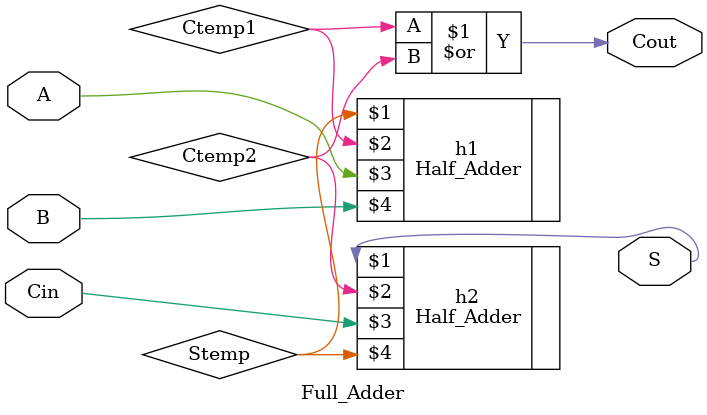
<source format=v>
module Full_Adder(S,Cout,A,B,Cin);

    input A,B,Cin;
    output S,Cout;
    wire Stemp, Ctemp1, Ctemp2;

    // Full Adder Logic using two half adders
    Half_Adder h1 (Stemp, Ctemp1, A,B);
    Half_Adder h2 (S, Ctemp2, Cin, Stemp);
    or o1 (Cout, Ctemp1, Ctemp2);

endmodule

// Full Adder Module that will be used to generate the RCA 8-bit adder
</source>
